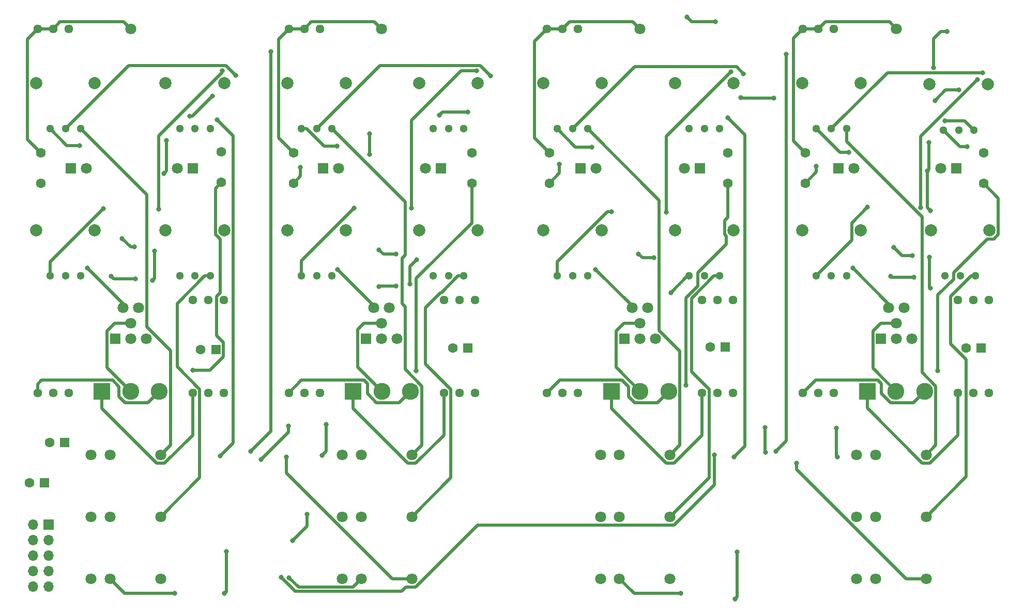
<source format=gtl>
G04 #@! TF.GenerationSoftware,KiCad,Pcbnew,(5.1.6-0-10_14)*
G04 #@! TF.CreationDate,2022-03-04T17:45:04+00:00*
G04 #@! TF.ProjectId,Quad Tube VCA,51756164-2054-4756-9265-205643412e6b,rev?*
G04 #@! TF.SameCoordinates,Original*
G04 #@! TF.FileFunction,Copper,L1,Top*
G04 #@! TF.FilePolarity,Positive*
%FSLAX46Y46*%
G04 Gerber Fmt 4.6, Leading zero omitted, Abs format (unit mm)*
G04 Created by KiCad (PCBNEW (5.1.6-0-10_14)) date 2022-03-04 17:45:04*
%MOMM*%
%LPD*%
G01*
G04 APERTURE LIST*
G04 #@! TA.AperFunction,ComponentPad*
%ADD10C,2.775000*%
G04 #@! TD*
G04 #@! TA.AperFunction,ComponentPad*
%ADD11R,2.775000X2.775000*%
G04 #@! TD*
G04 #@! TA.AperFunction,ComponentPad*
%ADD12C,1.600000*%
G04 #@! TD*
G04 #@! TA.AperFunction,ComponentPad*
%ADD13R,1.600000X1.600000*%
G04 #@! TD*
G04 #@! TA.AperFunction,ComponentPad*
%ADD14C,1.800000*%
G04 #@! TD*
G04 #@! TA.AperFunction,ComponentPad*
%ADD15R,1.800000X1.800000*%
G04 #@! TD*
G04 #@! TA.AperFunction,ComponentPad*
%ADD16C,1.300000*%
G04 #@! TD*
G04 #@! TA.AperFunction,ComponentPad*
%ADD17C,2.000000*%
G04 #@! TD*
G04 #@! TA.AperFunction,ComponentPad*
%ADD18C,1.440000*%
G04 #@! TD*
G04 #@! TA.AperFunction,ComponentPad*
%ADD19O,1.700000X1.700000*%
G04 #@! TD*
G04 #@! TA.AperFunction,ComponentPad*
%ADD20R,1.700000X1.700000*%
G04 #@! TD*
G04 #@! TA.AperFunction,ViaPad*
%ADD21C,0.800000*%
G04 #@! TD*
G04 #@! TA.AperFunction,Conductor*
%ADD22C,0.500000*%
G04 #@! TD*
G04 APERTURE END LIST*
D10*
X89790000Y-107702500D03*
X85090000Y-107702500D03*
D11*
X80390000Y-107702500D03*
D10*
X130938000Y-107702500D03*
X126238000Y-107702500D03*
D11*
X121538000Y-107702500D03*
D10*
X173229000Y-107702500D03*
X168529000Y-107702500D03*
D11*
X163829000Y-107702500D03*
D10*
X215139000Y-107702500D03*
X210439000Y-107702500D03*
D11*
X205739000Y-107702500D03*
D12*
X221909000Y-100584000D03*
D13*
X224409000Y-100584000D03*
D12*
X179999000Y-100457000D03*
D13*
X182499000Y-100457000D03*
D12*
X137835000Y-100584000D03*
D13*
X140335000Y-100584000D03*
D12*
X96560000Y-100838000D03*
D13*
X99060000Y-100838000D03*
D12*
X68493000Y-122682000D03*
D13*
X70993000Y-122682000D03*
D12*
X71795000Y-116078000D03*
D13*
X74295000Y-116078000D03*
D14*
X126153333Y-48260000D03*
X126153333Y-96520000D03*
X124883333Y-93980000D03*
X127423333Y-93980000D03*
X128693333Y-99060000D03*
X126153333Y-99060000D03*
D15*
X123613333Y-99060000D03*
D14*
X85090000Y-48260000D03*
X85090000Y-96520000D03*
X83820000Y-93980000D03*
X86360000Y-93980000D03*
X87630000Y-99060000D03*
X85090000Y-99060000D03*
D15*
X82550000Y-99060000D03*
D14*
X210550000Y-48260000D03*
X210550000Y-96520000D03*
X209280000Y-93980000D03*
X211820000Y-93980000D03*
X213090000Y-99060000D03*
X210550000Y-99060000D03*
D15*
X208010000Y-99060000D03*
D14*
X168486666Y-48260000D03*
X168486666Y-96520000D03*
X167216666Y-93980000D03*
X169756666Y-93980000D03*
X171026666Y-99060000D03*
X168486666Y-99060000D03*
D15*
X165946666Y-99060000D03*
D16*
X197380000Y-64650000D03*
X199880000Y-64650000D03*
X202380000Y-64650000D03*
D17*
X195080000Y-57150000D03*
X204680000Y-57150000D03*
D16*
X154980000Y-64650000D03*
X157480000Y-64650000D03*
X159980000Y-64650000D03*
D17*
X152680000Y-57150000D03*
X162280000Y-57150000D03*
D16*
X113070000Y-64650000D03*
X115570000Y-64650000D03*
X118070000Y-64650000D03*
D17*
X110770000Y-57150000D03*
X120370000Y-57150000D03*
D16*
X71922000Y-64650000D03*
X74422000Y-64650000D03*
X76922000Y-64650000D03*
D17*
X69622000Y-57150000D03*
X79222000Y-57150000D03*
D16*
X197380000Y-88780000D03*
X199880000Y-88780000D03*
X202380000Y-88780000D03*
D17*
X195080000Y-81280000D03*
X204680000Y-81280000D03*
D16*
X154980000Y-88780000D03*
X157480000Y-88780000D03*
X159980000Y-88780000D03*
D17*
X152680000Y-81280000D03*
X162280000Y-81280000D03*
D16*
X113070000Y-88780000D03*
X115570000Y-88780000D03*
X118070000Y-88780000D03*
D17*
X110770000Y-81280000D03*
X120370000Y-81280000D03*
D16*
X71922000Y-88780000D03*
X74422000Y-88780000D03*
X76922000Y-88780000D03*
D17*
X69622000Y-81280000D03*
X79222000Y-81280000D03*
D16*
X218226000Y-64840500D03*
X220726000Y-64840500D03*
X223226000Y-64840500D03*
D17*
X215926000Y-57340500D03*
X225526000Y-57340500D03*
D16*
X176570000Y-64650000D03*
X179070000Y-64650000D03*
X181570000Y-64650000D03*
D17*
X174270000Y-57150000D03*
X183870000Y-57150000D03*
D16*
X134660000Y-64650000D03*
X137160000Y-64650000D03*
X139660000Y-64650000D03*
D17*
X132360000Y-57150000D03*
X141960000Y-57150000D03*
D16*
X93131000Y-64650000D03*
X95631000Y-64650000D03*
X98131000Y-64650000D03*
D17*
X90831000Y-57150000D03*
X100431000Y-57150000D03*
D16*
X218480000Y-88780000D03*
X220980000Y-88780000D03*
X223480000Y-88780000D03*
D17*
X216180000Y-81280000D03*
X225780000Y-81280000D03*
D16*
X176570000Y-88780000D03*
X179070000Y-88780000D03*
X181570000Y-88780000D03*
D17*
X174270000Y-81280000D03*
X183870000Y-81280000D03*
D16*
X134660000Y-88780000D03*
X137160000Y-88780000D03*
X139660000Y-88780000D03*
D17*
X132360000Y-81280000D03*
X141960000Y-81280000D03*
D16*
X93131000Y-88780000D03*
X95631000Y-88780000D03*
X98131000Y-88780000D03*
D17*
X90831000Y-81280000D03*
X100431000Y-81280000D03*
D14*
X215389000Y-138430000D03*
X203989000Y-138430000D03*
X207089000Y-138430000D03*
X173449000Y-138430000D03*
X162049000Y-138430000D03*
X165149000Y-138430000D03*
X131158000Y-138430000D03*
X119758000Y-138430000D03*
X122858000Y-138430000D03*
X90010000Y-138430000D03*
X78610000Y-138430000D03*
X81710000Y-138430000D03*
X215389000Y-118110000D03*
X203989000Y-118110000D03*
X207089000Y-118110000D03*
X173449000Y-118110000D03*
X162049000Y-118110000D03*
X165149000Y-118110000D03*
X131158000Y-118110000D03*
X119758000Y-118110000D03*
X122858000Y-118110000D03*
X90010000Y-118110000D03*
X78610000Y-118110000D03*
X81710000Y-118110000D03*
X215389000Y-128270000D03*
X203989000Y-128270000D03*
X207089000Y-128270000D03*
X173449000Y-128270000D03*
X162049000Y-128270000D03*
X165149000Y-128270000D03*
X131158000Y-128270000D03*
X119758000Y-128270000D03*
X122858000Y-128270000D03*
X90010000Y-128270000D03*
X78610000Y-128270000D03*
X81710000Y-128270000D03*
D18*
X195199000Y-48260000D03*
X197739000Y-48260000D03*
X200279000Y-48260000D03*
X153289000Y-48260000D03*
X155829000Y-48260000D03*
X158369000Y-48260000D03*
X110998000Y-48260000D03*
X113538000Y-48260000D03*
X116078000Y-48260000D03*
X69850000Y-48260000D03*
X72390000Y-48260000D03*
X74930000Y-48260000D03*
X220599000Y-107950000D03*
X223139000Y-107950000D03*
X225679000Y-107950000D03*
X178689000Y-107950000D03*
X181229000Y-107950000D03*
X183769000Y-107950000D03*
X136398000Y-107950000D03*
X138938000Y-107950000D03*
X141478000Y-107950000D03*
X95250000Y-107950000D03*
X97790000Y-107950000D03*
X100330000Y-107950000D03*
X220599000Y-92710000D03*
X223139000Y-92710000D03*
X225679000Y-92710000D03*
X178689000Y-92710000D03*
X181229000Y-92710000D03*
X183769000Y-92710000D03*
X136398000Y-92710000D03*
X138938000Y-92710000D03*
X141478000Y-92710000D03*
X95250000Y-92710000D03*
X97790000Y-92710000D03*
X100330000Y-92710000D03*
X195199000Y-107950000D03*
X197739000Y-107950000D03*
X200279000Y-107950000D03*
X153289000Y-107950000D03*
X155829000Y-107950000D03*
X158369000Y-107950000D03*
X110998000Y-107950000D03*
X113538000Y-107950000D03*
X116078000Y-107950000D03*
X69850000Y-107950000D03*
X72390000Y-107950000D03*
X74930000Y-107950000D03*
D19*
X69088000Y-139700000D03*
X71628000Y-139700000D03*
X69088000Y-137160000D03*
X71628000Y-137160000D03*
X69088000Y-134620000D03*
X71628000Y-134620000D03*
X69088000Y-132080000D03*
X71628000Y-132080000D03*
X69088000Y-129540000D03*
D20*
X71628000Y-129540000D03*
D14*
X217805000Y-71120000D03*
D15*
X220345000Y-71120000D03*
D14*
X203536000Y-71120000D03*
D15*
X200996000Y-71120000D03*
D14*
X175768000Y-71120000D03*
D15*
X178308000Y-71120000D03*
D14*
X161290000Y-71120000D03*
D15*
X158750000Y-71120000D03*
D14*
X133350000Y-71120000D03*
D15*
X135890000Y-71120000D03*
D14*
X119126000Y-71120000D03*
D15*
X116586000Y-71120000D03*
D14*
X92710000Y-71120000D03*
D15*
X95250000Y-71120000D03*
D14*
X77851000Y-71120000D03*
D15*
X75311000Y-71120000D03*
D12*
X224790000Y-73580000D03*
X224790000Y-68580000D03*
X195580000Y-73580000D03*
X195580000Y-68580000D03*
X182880000Y-73580000D03*
X182880000Y-68580000D03*
X153670000Y-73580000D03*
X153670000Y-68580000D03*
X140970000Y-73580000D03*
X140970000Y-68580000D03*
X111760000Y-73580000D03*
X111760000Y-68580000D03*
X99949000Y-73453000D03*
X99949000Y-68453000D03*
X70358000Y-73580000D03*
X70358000Y-68580000D03*
D21*
X222123000Y-67564000D03*
X202692000Y-68516500D03*
X160655000Y-67627500D03*
X118872000Y-67500500D03*
X76708000Y-67373500D03*
X220726000Y-58293000D03*
X216852500Y-60007500D03*
X218821000Y-48704500D03*
X216598500Y-54649000D03*
X215582500Y-71564500D03*
X215836500Y-66865500D03*
X216090500Y-78105000D03*
X215900000Y-85661500D03*
X216090500Y-90805000D03*
X205803500Y-77497010D03*
X173609000Y-91503500D03*
X163893500Y-78259010D03*
X121729500Y-77624010D03*
X80645000Y-77701010D03*
X131953000Y-86106000D03*
X130873500Y-90106500D03*
X89027000Y-84709000D03*
X88709500Y-89471500D03*
X90551000Y-71945500D03*
X90932000Y-66548000D03*
X124269500Y-68834000D03*
X124206000Y-65468500D03*
X180848000Y-47053500D03*
X176212500Y-46291500D03*
X185039000Y-59499500D03*
X190436500Y-59626500D03*
X140335000Y-61912500D03*
X135699500Y-62420500D03*
X98488500Y-59245500D03*
X94805500Y-62547500D03*
X189103000Y-117729000D03*
X189039500Y-113601500D03*
X200660000Y-113728500D03*
X200850500Y-118491000D03*
X184404000Y-134048500D03*
X184086500Y-141732000D03*
X113982500Y-127889000D03*
X111633000Y-132143500D03*
X106426000Y-118872000D03*
X110934500Y-113411000D03*
X117094000Y-113093500D03*
X116459000Y-118173500D03*
X100774500Y-133921500D03*
X100457000Y-140843000D03*
X213360000Y-88963500D03*
X209613500Y-88836500D03*
X125730000Y-90487500D03*
X128587500Y-90424000D03*
X85852000Y-89217500D03*
X81915000Y-88836500D03*
X89662000Y-77787500D03*
X100076000Y-55118000D03*
X131127500Y-77660500D03*
X141795500Y-55118000D03*
X172847000Y-78359000D03*
X183451500Y-55308500D03*
X214503000Y-77597000D03*
X223774000Y-56578500D03*
X99250500Y-63182500D03*
X99758500Y-118300500D03*
X95313500Y-104267000D03*
X104775000Y-117538500D03*
X108077000Y-52006500D03*
X131889500Y-104330500D03*
X182880000Y-62865000D03*
X183896000Y-118491000D03*
X176085500Y-106680000D03*
X190754000Y-117538500D03*
X192468500Y-52387500D03*
X197421500Y-70802500D03*
X102298500Y-55880000D03*
X144081500Y-56007000D03*
X185483500Y-55626000D03*
X224663000Y-55499000D03*
X110617000Y-118491000D03*
X194183000Y-119443500D03*
X92329000Y-140843000D03*
X111061500Y-138239500D03*
X175196500Y-140843000D03*
X218440000Y-63309500D03*
X112903000Y-70993000D03*
X155321000Y-70421500D03*
X217297000Y-104330500D03*
X85725000Y-84010500D03*
X83693000Y-82613500D03*
X78041500Y-87503000D03*
X128587500Y-85217000D03*
X125793500Y-84518500D03*
X118999000Y-87757000D03*
X170824667Y-85788500D03*
X168275000Y-85153500D03*
X161226500Y-87693500D03*
X213169500Y-85407500D03*
X210121500Y-84074000D03*
X203390500Y-87503000D03*
X109728000Y-138176000D03*
X180709001Y-118110000D03*
D22*
X220949500Y-67564000D02*
X218226000Y-64840500D01*
X222123000Y-67564000D02*
X220949500Y-67564000D01*
X201246500Y-68516500D02*
X197380000Y-64650000D01*
X202692000Y-68516500D02*
X201246500Y-68516500D01*
X157957500Y-67627500D02*
X154980000Y-64650000D01*
X160655000Y-67627500D02*
X157957500Y-67627500D01*
X113941998Y-64650000D02*
X113070000Y-64650000D01*
X116792498Y-67500500D02*
X113941998Y-64650000D01*
X118872000Y-67500500D02*
X116792498Y-67500500D01*
X74645500Y-67373500D02*
X71922000Y-64650000D01*
X76708000Y-67373500D02*
X74645500Y-67373500D01*
X218567000Y-58293000D02*
X216852500Y-60007500D01*
X220726000Y-58293000D02*
X218567000Y-58293000D01*
X215836500Y-71310500D02*
X215582500Y-71564500D01*
X215836500Y-66865500D02*
X215836500Y-71310500D01*
X215582500Y-77597000D02*
X216090500Y-78105000D01*
X215582500Y-71564500D02*
X215582500Y-77597000D01*
X215900000Y-90614500D02*
X216090500Y-90805000D01*
X215900000Y-85661500D02*
X215900000Y-90614500D01*
X203229999Y-82930001D02*
X197380000Y-88780000D01*
X203229999Y-80070511D02*
X203229999Y-82930001D01*
X205803500Y-77497010D02*
X203229999Y-80070511D01*
X176332500Y-88780000D02*
X173609000Y-91503500D01*
X176570000Y-88780000D02*
X176332500Y-88780000D01*
X154980000Y-86433998D02*
X154980000Y-88780000D01*
X163154988Y-78259010D02*
X154980000Y-86433998D01*
X163893500Y-78259010D02*
X163154988Y-78259010D01*
X113070000Y-86283510D02*
X113070000Y-88780000D01*
X121729500Y-77624010D02*
X113070000Y-86283510D01*
X71922000Y-86424010D02*
X71922000Y-88780000D01*
X80645000Y-77701010D02*
X71922000Y-86424010D01*
X130873500Y-87185500D02*
X130873500Y-90106500D01*
X131953000Y-86106000D02*
X130873500Y-87185500D01*
X89027000Y-89154000D02*
X88709500Y-89471500D01*
X89027000Y-84709000D02*
X89027000Y-89154000D01*
X90932000Y-71564500D02*
X90551000Y-71945500D01*
X90932000Y-66548000D02*
X90932000Y-71564500D01*
X124269500Y-65532000D02*
X124206000Y-65468500D01*
X124269500Y-68834000D02*
X124269500Y-65532000D01*
X176974500Y-47053500D02*
X176212500Y-46291500D01*
X180848000Y-47053500D02*
X176974500Y-47053500D01*
X185166000Y-59626500D02*
X185039000Y-59499500D01*
X190436500Y-59626500D02*
X185166000Y-59626500D01*
X136207500Y-61912500D02*
X135699500Y-62420500D01*
X140335000Y-61912500D02*
X136207500Y-61912500D01*
X95186500Y-62547500D02*
X94805500Y-62547500D01*
X98488500Y-59245500D02*
X95186500Y-62547500D01*
X189039500Y-117665500D02*
X189103000Y-117729000D01*
X189039500Y-113601500D02*
X189039500Y-117665500D01*
X200660000Y-118300500D02*
X200850500Y-118491000D01*
X200660000Y-113728500D02*
X200660000Y-118300500D01*
X184404000Y-141414500D02*
X184086500Y-141732000D01*
X184404000Y-134048500D02*
X184404000Y-141414500D01*
X113982500Y-129794000D02*
X111633000Y-132143500D01*
X113982500Y-127889000D02*
X113982500Y-129794000D01*
X110934500Y-114363500D02*
X106426000Y-118872000D01*
X110934500Y-113411000D02*
X110934500Y-114363500D01*
X117094000Y-117538500D02*
X116459000Y-118173500D01*
X117094000Y-113093500D02*
X117094000Y-117538500D01*
X100774500Y-140525500D02*
X100457000Y-140843000D01*
X100774500Y-133921500D02*
X100774500Y-140525500D01*
X209740500Y-88963500D02*
X209613500Y-88836500D01*
X213360000Y-88963500D02*
X209740500Y-88963500D01*
X125793500Y-90424000D02*
X125730000Y-90487500D01*
X128587500Y-90424000D02*
X125793500Y-90424000D01*
X82296000Y-89217500D02*
X81915000Y-88836500D01*
X85852000Y-89217500D02*
X82296000Y-89217500D01*
X218821000Y-48704500D02*
X217805000Y-48704500D01*
X216598500Y-49911000D02*
X216598500Y-54649000D01*
X217805000Y-48704500D02*
X216598500Y-49911000D01*
X100076000Y-55358998D02*
X100076000Y-55118000D01*
X89662000Y-65772998D02*
X100076000Y-55358998D01*
X89662000Y-77787500D02*
X89662000Y-65772998D01*
X141795500Y-55168498D02*
X141795500Y-55118000D01*
X172847000Y-65913000D02*
X183451500Y-55308500D01*
X172847000Y-78359000D02*
X172847000Y-65913000D01*
X214503000Y-65849500D02*
X223774000Y-56578500D01*
X214503000Y-77597000D02*
X214503000Y-65849500D01*
X141795500Y-55118000D02*
X139255500Y-55118000D01*
X131127500Y-63246000D02*
X131127500Y-66040000D01*
X139255500Y-55118000D02*
X131127500Y-63246000D01*
X131127500Y-66040000D02*
X131127500Y-65836498D01*
X131127500Y-77660500D02*
X131127500Y-66040000D01*
X101881001Y-116177999D02*
X99758500Y-118300500D01*
X101881001Y-65813001D02*
X101881001Y-116177999D01*
X99250500Y-63182500D02*
X101881001Y-65813001D01*
X73560001Y-47089999D02*
X72390000Y-48260000D01*
X83919999Y-47089999D02*
X73560001Y-47089999D01*
X85090000Y-48260000D02*
X83919999Y-47089999D01*
X72390000Y-48260000D02*
X69850000Y-48260000D01*
X68171999Y-66393999D02*
X70358000Y-68580000D01*
X68171999Y-49938001D02*
X68171999Y-66393999D01*
X69850000Y-48260000D02*
X68171999Y-49938001D01*
X82479998Y-96520000D02*
X85090000Y-96520000D01*
X81199999Y-103812499D02*
X81199999Y-97799999D01*
X81199999Y-97799999D02*
X82479998Y-96520000D01*
X85090000Y-107702500D02*
X81199999Y-103812499D01*
X100310001Y-101998001D02*
X98041002Y-104267000D01*
X99159999Y-98527997D02*
X100310001Y-99677999D01*
X99768399Y-91539999D02*
X99159999Y-92148399D01*
X98041002Y-104267000D02*
X95313500Y-104267000D01*
X99949000Y-73453000D02*
X98980999Y-74421001D01*
X99768399Y-82763401D02*
X99768399Y-91539999D01*
X99159999Y-92148399D02*
X99159999Y-98527997D01*
X98980999Y-81976001D02*
X99768399Y-82763401D01*
X100310001Y-99677999D02*
X100310001Y-101998001D01*
X98980999Y-74421001D02*
X98980999Y-81976001D01*
X108077000Y-114236500D02*
X108077000Y-52006500D01*
X104775000Y-117538500D02*
X108077000Y-114236500D01*
X123317000Y-96520000D02*
X126153333Y-96520000D01*
X122263332Y-103727832D02*
X122263332Y-97573668D01*
X122263332Y-97573668D02*
X123317000Y-96520000D01*
X126238000Y-107702500D02*
X122263332Y-103727832D01*
X131889500Y-89204498D02*
X131889500Y-104330500D01*
X140970000Y-80123998D02*
X131889500Y-89204498D01*
X140970000Y-73580000D02*
X140970000Y-80123998D01*
X182880000Y-62865000D02*
X185674000Y-65659000D01*
X185674000Y-116713000D02*
X183896000Y-118491000D01*
X185674000Y-65659000D02*
X185674000Y-116713000D01*
X165876664Y-96520000D02*
X168486666Y-96520000D01*
X164596665Y-103770165D02*
X164596665Y-97799999D01*
X164596665Y-97799999D02*
X165876664Y-96520000D01*
X168529000Y-107702500D02*
X164596665Y-103770165D01*
X177969999Y-90470800D02*
X176085500Y-92355299D01*
X176085500Y-92355299D02*
X176085500Y-106680000D01*
X177969999Y-88251999D02*
X182626000Y-83595998D01*
X177969999Y-90470800D02*
X177969999Y-88251999D01*
X182626000Y-82182002D02*
X182419999Y-81976001D01*
X182419999Y-81976001D02*
X182419999Y-79644501D01*
X182626000Y-83595998D02*
X182626000Y-82182002D01*
X182880000Y-79184500D02*
X182880000Y-73580000D01*
X182419999Y-79644501D02*
X182880000Y-79184500D01*
X192468500Y-115824000D02*
X192468500Y-52387500D01*
X190754000Y-117538500D02*
X192468500Y-115824000D01*
X197421500Y-71738500D02*
X195580000Y-73580000D01*
X197421500Y-70802500D02*
X197421500Y-71738500D01*
X198909001Y-47089999D02*
X197739000Y-48260000D01*
X209379999Y-47089999D02*
X198909001Y-47089999D01*
X210550000Y-48260000D02*
X209379999Y-47089999D01*
X197739000Y-48260000D02*
X195199000Y-48260000D01*
X193629999Y-66629999D02*
X195580000Y-68580000D01*
X193629999Y-49829001D02*
X193629999Y-66629999D01*
X195199000Y-48260000D02*
X193629999Y-49829001D01*
X96420001Y-121859999D02*
X90010000Y-128270000D01*
X96420001Y-107388399D02*
X96420001Y-121859999D01*
X92710000Y-103678398D02*
X96420001Y-107388399D01*
X92710000Y-93281762D02*
X92710000Y-103678398D01*
X97211762Y-88780000D02*
X92710000Y-93281762D01*
X98131000Y-88780000D02*
X97211762Y-88780000D01*
X137568001Y-121859999D02*
X131158000Y-128270000D01*
X137568001Y-107388399D02*
X137568001Y-121859999D01*
X133413500Y-93962898D02*
X133413500Y-103233898D01*
X133413500Y-103233898D02*
X137568001Y-107388399D01*
X135836399Y-91539999D02*
X133413500Y-93962898D01*
X135980763Y-91539999D02*
X135836399Y-91539999D01*
X138740762Y-88780000D02*
X135980763Y-91539999D01*
X139660000Y-88780000D02*
X138740762Y-88780000D01*
X179859001Y-121859999D02*
X173449000Y-128270000D01*
X179859001Y-107388399D02*
X179859001Y-121859999D01*
X176974500Y-104503898D02*
X179859001Y-107388399D01*
X176974500Y-92456262D02*
X176974500Y-104503898D01*
X180650762Y-88780000D02*
X176974500Y-92456262D01*
X181570000Y-88780000D02*
X180650762Y-88780000D01*
X219428999Y-92148399D02*
X222797398Y-88780000D01*
X219428999Y-99954001D02*
X219428999Y-92148399D01*
X221968999Y-102494001D02*
X219428999Y-99954001D01*
X221968999Y-121690001D02*
X221968999Y-102494001D01*
X222797398Y-88780000D02*
X223480000Y-88780000D01*
X215389000Y-128270000D02*
X221968999Y-121690001D01*
X84804001Y-54267999D02*
X74422000Y-64650000D01*
X100686499Y-54267999D02*
X84804001Y-54267999D01*
X102298500Y-55880000D02*
X100686499Y-54267999D01*
X91627501Y-101059499D02*
X91627501Y-116492499D01*
X91627501Y-116492499D02*
X90010000Y-118110000D01*
X87710001Y-97141999D02*
X91627501Y-101059499D01*
X87710001Y-75438001D02*
X87710001Y-97141999D01*
X76922000Y-64650000D02*
X87710001Y-75438001D01*
X125952001Y-54267999D02*
X115570000Y-64650000D01*
X142342499Y-54267999D02*
X125952001Y-54267999D01*
X144081500Y-56007000D02*
X142342499Y-54267999D01*
X132775501Y-116492499D02*
X131158000Y-118110000D01*
X132775501Y-106820499D02*
X132775501Y-116492499D01*
X130043334Y-104088332D02*
X132775501Y-106820499D01*
X118070000Y-64650000D02*
X130043334Y-76623334D01*
X130043334Y-76623334D02*
X130043334Y-85348666D01*
X130043334Y-93857666D02*
X130043334Y-104088332D01*
X130043334Y-85348666D02*
X129540000Y-85852000D01*
X129540000Y-93354332D02*
X130043334Y-93857666D01*
X129540000Y-85852000D02*
X129540000Y-93354332D01*
X167671501Y-54458499D02*
X157480000Y-64650000D01*
X184315999Y-54458499D02*
X167671501Y-54458499D01*
X185483500Y-55626000D02*
X184315999Y-54458499D01*
X175066501Y-116492499D02*
X173449000Y-118110000D01*
X175066501Y-101101833D02*
X175066501Y-116492499D01*
X171674667Y-97709999D02*
X175066501Y-101101833D01*
X171674667Y-76344667D02*
X171674667Y-97709999D01*
X159980000Y-64650000D02*
X171674667Y-76344667D01*
X209031000Y-55499000D02*
X199880000Y-64650000D01*
X224663000Y-55499000D02*
X209031000Y-55499000D01*
X216976501Y-116522499D02*
X215389000Y-118110000D01*
X216976501Y-106820499D02*
X216976501Y-116522499D01*
X214729999Y-104573997D02*
X216976501Y-106820499D01*
X214729999Y-79082001D02*
X214729999Y-104573997D01*
X202380000Y-66732002D02*
X214729999Y-79082001D01*
X202380000Y-64650000D02*
X202380000Y-66732002D01*
X127919998Y-138430000D02*
X131158000Y-138430000D01*
X110617000Y-121127002D02*
X127919998Y-138430000D01*
X110617000Y-118491000D02*
X110617000Y-121127002D01*
X212150998Y-138430000D02*
X215389000Y-138430000D01*
X194183000Y-120462002D02*
X212150998Y-138430000D01*
X194183000Y-119443500D02*
X194183000Y-120462002D01*
X84123000Y-140843000D02*
X81710000Y-138430000D01*
X92329000Y-140843000D02*
X84123000Y-140843000D01*
X121507999Y-139780001D02*
X122858000Y-138430000D01*
X112602001Y-139780001D02*
X121507999Y-139780001D01*
X111061500Y-138239500D02*
X112602001Y-139780001D01*
X167562000Y-140843000D02*
X165149000Y-138430000D01*
X175196500Y-140843000D02*
X167562000Y-140843000D01*
X82137501Y-105864999D02*
X70474501Y-105864999D01*
X83185000Y-108517002D02*
X83185000Y-106912498D01*
X83185000Y-106912498D02*
X82137501Y-105864999D01*
X84207999Y-109540001D02*
X83185000Y-108517002D01*
X87952499Y-109540001D02*
X84207999Y-109540001D01*
X89790000Y-107702500D02*
X87952499Y-109540001D01*
X69850000Y-106489500D02*
X69850000Y-107950000D01*
X70474501Y-105864999D02*
X69850000Y-106489500D01*
X89361999Y-119460001D02*
X80390000Y-110488002D01*
X95250000Y-114868002D02*
X90658001Y-119460001D01*
X80390000Y-110488002D02*
X80390000Y-107702500D01*
X90658001Y-119460001D02*
X89361999Y-119460001D01*
X95250000Y-107950000D02*
X95250000Y-114868002D01*
X113083001Y-105864999D02*
X110998000Y-107950000D01*
X123888500Y-106467998D02*
X123285501Y-105864999D01*
X123285501Y-105864999D02*
X113083001Y-105864999D01*
X123888500Y-108072502D02*
X123888500Y-106467998D01*
X125355999Y-109540001D02*
X123888500Y-108072502D01*
X129100499Y-109540001D02*
X125355999Y-109540001D01*
X130938000Y-107702500D02*
X129100499Y-109540001D01*
X121538000Y-110488002D02*
X121538000Y-107702500D01*
X131806001Y-119460001D02*
X130509999Y-119460001D01*
X130509999Y-119460001D02*
X121538000Y-110488002D01*
X136398000Y-114868002D02*
X131806001Y-119460001D01*
X136398000Y-107950000D02*
X136398000Y-114868002D01*
X155374001Y-105864999D02*
X153289000Y-107950000D01*
X165576501Y-105864999D02*
X155374001Y-105864999D01*
X166624000Y-106912498D02*
X165576501Y-105864999D01*
X166624000Y-108517002D02*
X166624000Y-106912498D01*
X167646999Y-109540001D02*
X166624000Y-108517002D01*
X171391499Y-109540001D02*
X167646999Y-109540001D01*
X173229000Y-107702500D02*
X171391499Y-109540001D01*
X163829000Y-110488002D02*
X163829000Y-107702500D01*
X172800999Y-119460001D02*
X163829000Y-110488002D01*
X178689000Y-114868002D02*
X174097001Y-119460001D01*
X174097001Y-119460001D02*
X172800999Y-119460001D01*
X178689000Y-107950000D02*
X178689000Y-114868002D01*
X197284001Y-105864999D02*
X195199000Y-107950000D01*
X207486501Y-105864999D02*
X197284001Y-105864999D01*
X208089500Y-106467998D02*
X207486501Y-105864999D01*
X208089500Y-108072502D02*
X208089500Y-106467998D01*
X209556999Y-109540001D02*
X208089500Y-108072502D01*
X213301499Y-109540001D02*
X209556999Y-109540001D01*
X215139000Y-107702500D02*
X213301499Y-109540001D01*
X205739000Y-110458002D02*
X205739000Y-107702500D01*
X214740999Y-119460001D02*
X205739000Y-110458002D01*
X216037001Y-119460001D02*
X214740999Y-119460001D01*
X220599000Y-114898002D02*
X216037001Y-119460001D01*
X220599000Y-107950000D02*
X220599000Y-114898002D01*
X221695000Y-63309500D02*
X223226000Y-64840500D01*
X218440000Y-63309500D02*
X221695000Y-63309500D01*
X112903000Y-72437000D02*
X111760000Y-73580000D01*
X112903000Y-70993000D02*
X112903000Y-72437000D01*
X124983332Y-47089999D02*
X114708001Y-47089999D01*
X114708001Y-47089999D02*
X113538000Y-48260000D01*
X126153333Y-48260000D02*
X124983332Y-47089999D01*
X113538000Y-48260000D02*
X110998000Y-48260000D01*
X109319999Y-66139999D02*
X111760000Y-68580000D01*
X109319999Y-49938001D02*
X109319999Y-66139999D01*
X110998000Y-48260000D02*
X109319999Y-49938001D01*
X155321000Y-71929000D02*
X153670000Y-73580000D01*
X155321000Y-70421500D02*
X155321000Y-71929000D01*
X167316665Y-47089999D02*
X156999001Y-47089999D01*
X156999001Y-47089999D02*
X155829000Y-48260000D01*
X168486666Y-48260000D02*
X167316665Y-47089999D01*
X155829000Y-48260000D02*
X153289000Y-48260000D01*
X151229999Y-66139999D02*
X153670000Y-68580000D01*
X151229999Y-50319001D02*
X151229999Y-66139999D01*
X153289000Y-48260000D02*
X151229999Y-50319001D01*
X206659999Y-97799999D02*
X207939998Y-96520000D01*
X206659999Y-103923499D02*
X206659999Y-97799999D01*
X207939998Y-96520000D02*
X210550000Y-96520000D01*
X210439000Y-107702500D02*
X206659999Y-103923499D01*
X217297000Y-91891000D02*
X217297000Y-104330500D01*
X219879999Y-89308001D02*
X217297000Y-91891000D01*
X227230001Y-76020001D02*
X224790000Y-73580000D01*
X227230001Y-81976001D02*
X227230001Y-76020001D01*
X226476001Y-82730001D02*
X227230001Y-81976001D01*
X225401997Y-82730001D02*
X226476001Y-82730001D01*
X219879999Y-88251999D02*
X225401997Y-82730001D01*
X219879999Y-89308001D02*
X219879999Y-88251999D01*
X85090000Y-84010500D02*
X83693000Y-82613500D01*
X85725000Y-84010500D02*
X85090000Y-84010500D01*
X83820000Y-93281500D02*
X83820000Y-93980000D01*
X78041500Y-87503000D02*
X83820000Y-93281500D01*
X126492000Y-85217000D02*
X125793500Y-84518500D01*
X128587500Y-85217000D02*
X126492000Y-85217000D01*
X124883333Y-93641333D02*
X124883333Y-93980000D01*
X118999000Y-87757000D02*
X124883333Y-93641333D01*
X168910000Y-85788500D02*
X168275000Y-85153500D01*
X170824667Y-85788500D02*
X168910000Y-85788500D01*
X167216666Y-93683666D02*
X167216666Y-93980000D01*
X161226500Y-87693500D02*
X167216666Y-93683666D01*
X211455000Y-85407500D02*
X210121500Y-84074000D01*
X213169500Y-85407500D02*
X211455000Y-85407500D01*
X203390500Y-87503000D02*
X209280000Y-93392500D01*
X209280000Y-93392500D02*
X209280000Y-93980000D01*
X174097001Y-129620001D02*
X180709001Y-123008001D01*
X180709001Y-123008001D02*
X180709001Y-118110000D01*
X141966001Y-129620001D02*
X174097001Y-129620001D01*
X131806001Y-139780001D02*
X141966001Y-129620001D01*
X131806001Y-139780001D02*
X130158499Y-139780001D01*
X112032011Y-140480011D02*
X109728000Y-138176000D01*
X129458489Y-140480011D02*
X112032011Y-140480011D01*
X130158499Y-139780001D02*
X129458489Y-140480011D01*
M02*

</source>
